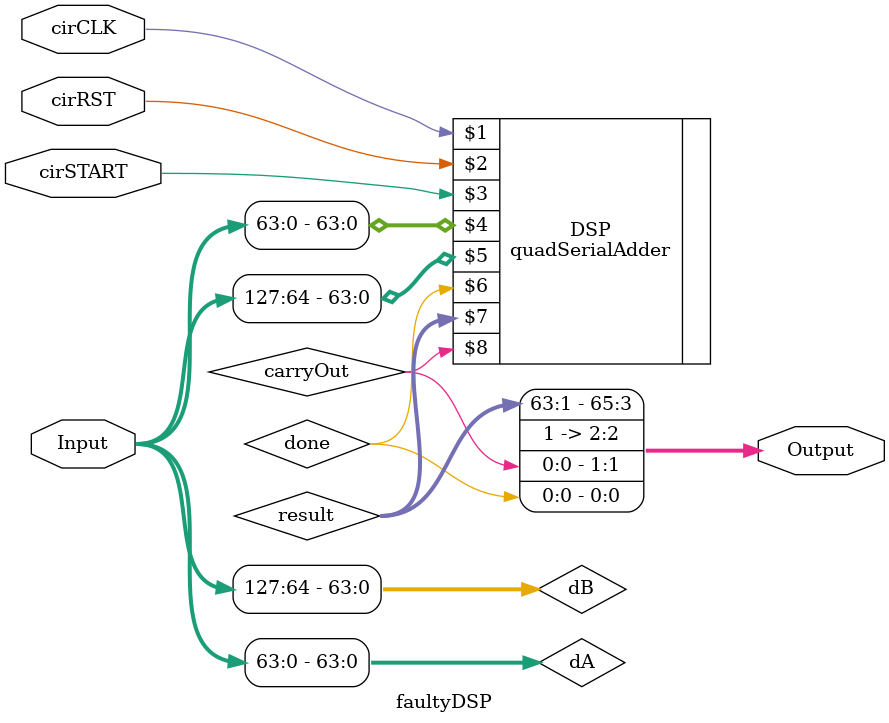
<source format=v>
module faultyDSP (cirCLK, cirRST, cirSTART, Input, Output);
	
	input cirCLK, cirRST, cirSTART;
	input [127:0] Input;
	output [65:0] Output;
	
	wire [63:0] dA, dB, result;
	wire done, carryOut;
	
	quadSerialAdder DSP (cirCLK, cirRST, cirSTART, dA, dB, done, result, carryOut);
	
	assign dA = Input[63:0];
	assign dB = Input[127:64];
	assign Output = {result[63:1], 1'b1, carryOut, done};

endmodule


</source>
